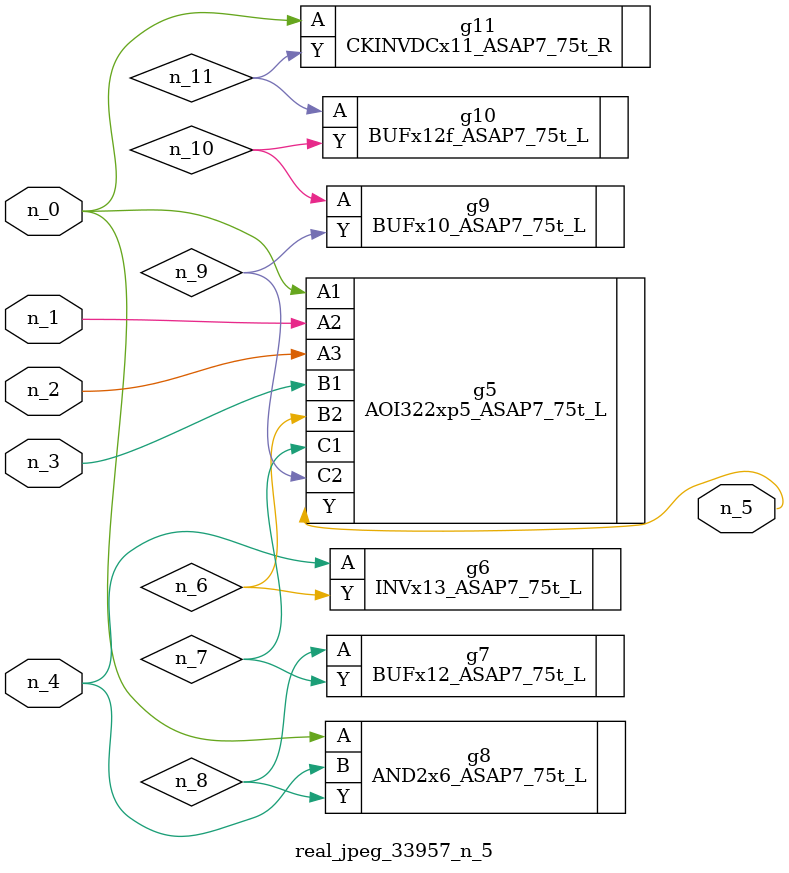
<source format=v>
module real_jpeg_33957_n_5 (n_4, n_0, n_1, n_2, n_3, n_5);

input n_4;
input n_0;
input n_1;
input n_2;
input n_3;

output n_5;

wire n_8;
wire n_11;
wire n_6;
wire n_7;
wire n_10;
wire n_9;

AOI322xp5_ASAP7_75t_L g5 ( 
.A1(n_0),
.A2(n_1),
.A3(n_2),
.B1(n_3),
.B2(n_6),
.C1(n_7),
.C2(n_9),
.Y(n_5)
);

AND2x6_ASAP7_75t_L g8 ( 
.A(n_0),
.B(n_4),
.Y(n_8)
);

CKINVDCx11_ASAP7_75t_R g11 ( 
.A(n_0),
.Y(n_11)
);

INVx13_ASAP7_75t_L g6 ( 
.A(n_4),
.Y(n_6)
);

BUFx12_ASAP7_75t_L g7 ( 
.A(n_8),
.Y(n_7)
);

BUFx10_ASAP7_75t_L g9 ( 
.A(n_10),
.Y(n_9)
);

BUFx12f_ASAP7_75t_L g10 ( 
.A(n_11),
.Y(n_10)
);


endmodule
</source>
